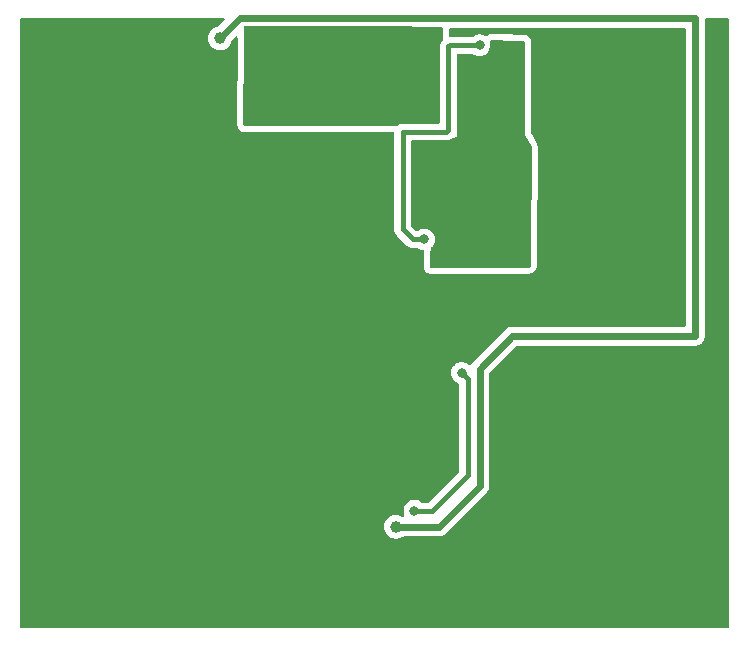
<source format=gbl>
G04 #@! TF.GenerationSoftware,KiCad,Pcbnew,(6.0.9)*
G04 #@! TF.CreationDate,2023-05-15T12:17:08+03:00*
G04 #@! TF.ProjectId,mainboard,6d61696e-626f-4617-9264-2e6b69636164,rev?*
G04 #@! TF.SameCoordinates,Original*
G04 #@! TF.FileFunction,Copper,L2,Bot*
G04 #@! TF.FilePolarity,Positive*
%FSLAX46Y46*%
G04 Gerber Fmt 4.6, Leading zero omitted, Abs format (unit mm)*
G04 Created by KiCad (PCBNEW (6.0.9)) date 2023-05-15 12:17:08*
%MOMM*%
%LPD*%
G01*
G04 APERTURE LIST*
G04 #@! TA.AperFunction,ViaPad*
%ADD10C,0.600000*%
G04 #@! TD*
G04 #@! TA.AperFunction,ViaPad*
%ADD11C,1.000000*%
G04 #@! TD*
G04 #@! TA.AperFunction,ViaPad*
%ADD12C,0.800000*%
G04 #@! TD*
G04 #@! TA.AperFunction,Conductor*
%ADD13C,0.600000*%
G04 #@! TD*
G04 #@! TA.AperFunction,Conductor*
%ADD14C,0.400000*%
G04 #@! TD*
G04 APERTURE END LIST*
D10*
X34190000Y-151700000D03*
X46490000Y-124540000D03*
X20460000Y-123450000D03*
X23180000Y-151730000D03*
X18850000Y-124850000D03*
X67470000Y-113300000D03*
X24790000Y-151740000D03*
X37520000Y-123290000D03*
X63390000Y-113270000D03*
X19580000Y-151750000D03*
X41670000Y-153040000D03*
X69700000Y-113310000D03*
X35870000Y-124700000D03*
X39130000Y-124710000D03*
X44930000Y-151640000D03*
X43320000Y-153040000D03*
X28370000Y-123410000D03*
X35870000Y-123290000D03*
X26720000Y-123410000D03*
X34190000Y-153110000D03*
X39130000Y-123300000D03*
X44880000Y-123120000D03*
X51028542Y-137604106D03*
X18850000Y-123440000D03*
X26720000Y-124820000D03*
X33920000Y-124720000D03*
X32580000Y-151690000D03*
X46490000Y-123130000D03*
X33920000Y-123310000D03*
X43320000Y-151630000D03*
X65390000Y-113280000D03*
X52128542Y-137604106D03*
X20460000Y-124860000D03*
X43230000Y-124530000D03*
X61540000Y-113280000D03*
X39720000Y-153060000D03*
X32580000Y-153100000D03*
X21530000Y-151730000D03*
X19580000Y-153160000D03*
X44880000Y-124530000D03*
X23180000Y-153140000D03*
X43230000Y-123120000D03*
X51008542Y-138854106D03*
X41670000Y-151630000D03*
X24790000Y-153150000D03*
X24770000Y-124840000D03*
X39720000Y-151650000D03*
X24770000Y-123430000D03*
X29980000Y-123420000D03*
X29980000Y-124830000D03*
X52118542Y-138844106D03*
X71900000Y-113300000D03*
X44930000Y-153050000D03*
X37520000Y-124700000D03*
X28370000Y-124820000D03*
X21530000Y-153140000D03*
X49628542Y-117364106D03*
X51768542Y-117364106D03*
X47008542Y-119614106D03*
X47028542Y-117434106D03*
X47028542Y-115974106D03*
X49648542Y-114554106D03*
X49598542Y-119594106D03*
X51748542Y-115974106D03*
X49618542Y-115984106D03*
X51748542Y-119584106D03*
D11*
X34238542Y-113424106D03*
D10*
X47048542Y-114534106D03*
D11*
X49158542Y-154764106D03*
D10*
X51748542Y-114534106D03*
D12*
X56228542Y-113994106D03*
X51538542Y-130434106D03*
D10*
X51468542Y-125454106D03*
X51418542Y-128324106D03*
X55988542Y-125494106D03*
X56038542Y-128304106D03*
X53628542Y-123304106D03*
X51468542Y-126884106D03*
X51448542Y-123294106D03*
X53638542Y-128304106D03*
X53628542Y-126894106D03*
X53628542Y-125474106D03*
X56008542Y-126894106D03*
X55988542Y-123264106D03*
D12*
X50708542Y-153404106D03*
X54728542Y-141734106D03*
D13*
X34238542Y-113424106D02*
X35938542Y-111724106D01*
X35938542Y-111724106D02*
X74478542Y-111724106D01*
X56240000Y-141402648D02*
X56240000Y-151312648D01*
X52788542Y-154764106D02*
X49158542Y-154764106D01*
X56240000Y-151312648D02*
X52788542Y-154764106D01*
X74478542Y-138624106D02*
X59018542Y-138624106D01*
X59018542Y-138624106D02*
X56240000Y-141402648D01*
X74478542Y-111724106D02*
X74478542Y-138624106D01*
D14*
X50558542Y-130434106D02*
X49718542Y-129594106D01*
X49718542Y-129594106D02*
X49718542Y-121384106D01*
X49718542Y-121384106D02*
X49758542Y-121344106D01*
X53708542Y-113994106D02*
X56228542Y-113994106D01*
X49758542Y-121344106D02*
X53408542Y-121344106D01*
X53598542Y-114104106D02*
X53708542Y-113994106D01*
X51538542Y-130434106D02*
X50558542Y-130434106D01*
X53598542Y-121154106D02*
X53598542Y-114104106D01*
X53408542Y-121344106D02*
X53598542Y-121154106D01*
X52168542Y-153434106D02*
X50738542Y-153434106D01*
X54728542Y-141734106D02*
X55218542Y-142224106D01*
X55218542Y-150384106D02*
X52168542Y-153434106D01*
X50738542Y-153434106D02*
X50708542Y-153404106D01*
X55218542Y-142224106D02*
X55218542Y-150384106D01*
G04 #@! TA.AperFunction,Conductor*
G36*
X59330000Y-113610000D02*
G01*
X59964157Y-113610000D01*
X60032278Y-113630002D01*
X60078771Y-113683658D01*
X60090157Y-113735842D01*
X60100000Y-121640000D01*
X60611365Y-122479410D01*
X60629757Y-122545817D01*
X60568031Y-131637243D01*
X60560847Y-132695294D01*
X60540383Y-132763278D01*
X60486413Y-132809405D01*
X60435294Y-132820438D01*
X52137499Y-132849553D01*
X52069310Y-132829790D01*
X52022629Y-132776298D01*
X52011062Y-132722504D01*
X52019891Y-131663052D01*
X52022783Y-131637243D01*
X52126013Y-131164107D01*
X52155480Y-131106658D01*
X52172726Y-131087505D01*
X52277582Y-130971050D01*
X52373069Y-130805662D01*
X52432084Y-130624034D01*
X52452046Y-130434106D01*
X52432084Y-130244178D01*
X52373069Y-130062550D01*
X52277582Y-129897162D01*
X52149795Y-129755240D01*
X51995294Y-129642988D01*
X51989266Y-129640304D01*
X51989264Y-129640303D01*
X51826861Y-129567997D01*
X51826860Y-129567997D01*
X51820830Y-129565312D01*
X51727429Y-129545459D01*
X51640486Y-129526978D01*
X51640481Y-129526978D01*
X51634029Y-129525606D01*
X51443055Y-129525606D01*
X51436603Y-129526978D01*
X51436598Y-129526978D01*
X51349655Y-129545459D01*
X51256254Y-129565312D01*
X51250224Y-129567997D01*
X51250223Y-129567997D01*
X51087820Y-129640303D01*
X51087818Y-129640304D01*
X51081790Y-129642988D01*
X51076449Y-129646868D01*
X51076448Y-129646869D01*
X51001198Y-129701542D01*
X50934331Y-129725400D01*
X50927137Y-129725606D01*
X50904202Y-129725606D01*
X50836081Y-129705604D01*
X50815107Y-129688701D01*
X50600874Y-129474468D01*
X50597986Y-129471484D01*
X50461059Y-129325221D01*
X50429106Y-129261822D01*
X50427042Y-129239110D01*
X50427042Y-122178606D01*
X50447044Y-122110485D01*
X50500700Y-122063992D01*
X50553042Y-122052606D01*
X53379630Y-122052606D01*
X53388200Y-122052898D01*
X53438318Y-122056315D01*
X53438322Y-122056315D01*
X53445894Y-122056831D01*
X53453371Y-122055526D01*
X53453372Y-122055526D01*
X53479850Y-122050905D01*
X53508845Y-122045844D01*
X53515363Y-122044883D01*
X53578784Y-122037208D01*
X53585885Y-122034525D01*
X53588494Y-122033884D01*
X53604804Y-122029421D01*
X53607340Y-122028656D01*
X53614826Y-122027349D01*
X53673342Y-122001662D01*
X53679446Y-121999171D01*
X53732090Y-121979279D01*
X53732091Y-121979278D01*
X53739198Y-121976593D01*
X53745461Y-121972289D01*
X53747827Y-121971052D01*
X53762639Y-121962807D01*
X53764893Y-121961474D01*
X53771847Y-121958421D01*
X53822544Y-121919519D01*
X53827874Y-121915647D01*
X53874262Y-121883767D01*
X53874267Y-121883762D01*
X53880523Y-121879463D01*
X53885577Y-121873791D01*
X53903484Y-121853693D01*
X53963735Y-121816138D01*
X53996908Y-121811515D01*
X54271882Y-121810094D01*
X54271883Y-121810094D01*
X54290000Y-121810000D01*
X54291345Y-121327943D01*
X54292421Y-121311869D01*
X54298163Y-121268253D01*
X54299195Y-121261739D01*
X54309454Y-121206386D01*
X54310838Y-121198919D01*
X54307251Y-121136708D01*
X54307042Y-121129455D01*
X54307042Y-115700443D01*
X54309475Y-114828255D01*
X54329667Y-114760190D01*
X54383453Y-114713847D01*
X54435475Y-114702606D01*
X55617137Y-114702606D01*
X55685258Y-114722608D01*
X55691198Y-114726670D01*
X55771790Y-114785224D01*
X55777818Y-114787908D01*
X55777820Y-114787909D01*
X55940223Y-114860215D01*
X55946254Y-114862900D01*
X56039654Y-114882753D01*
X56126598Y-114901234D01*
X56126603Y-114901234D01*
X56133055Y-114902606D01*
X56324029Y-114902606D01*
X56330481Y-114901234D01*
X56330486Y-114901234D01*
X56417430Y-114882753D01*
X56510830Y-114862900D01*
X56516861Y-114860215D01*
X56679264Y-114787909D01*
X56679266Y-114787908D01*
X56685294Y-114785224D01*
X56824954Y-114683755D01*
X56891820Y-114659897D01*
X56899955Y-114659695D01*
X56940000Y-114660000D01*
X56940000Y-114608778D01*
X56960002Y-114540657D01*
X56963380Y-114535717D01*
X56967582Y-114531050D01*
X56972377Y-114522746D01*
X57059765Y-114371385D01*
X57059766Y-114371384D01*
X57063069Y-114365662D01*
X57122084Y-114184034D01*
X57142046Y-113994106D01*
X57141356Y-113987541D01*
X57122774Y-113810741D01*
X57122774Y-113810739D01*
X57122084Y-113804178D01*
X57101119Y-113739655D01*
X57099091Y-113668688D01*
X57135754Y-113607890D01*
X57199466Y-113576564D01*
X57223057Y-113574737D01*
X59330000Y-113610000D01*
G37*
G04 #@! TD.AperFunction*
G04 #@! TA.AperFunction,Conductor*
G36*
X48090232Y-112397264D02*
G01*
X52993810Y-112423440D01*
X53061822Y-112443805D01*
X53108027Y-112497708D01*
X53119135Y-112548839D01*
X53123749Y-113520160D01*
X53104070Y-113588375D01*
X53080578Y-113615709D01*
X53073882Y-113621550D01*
X53073879Y-113621553D01*
X53068157Y-113626545D01*
X53063790Y-113632759D01*
X53031414Y-113678825D01*
X53027481Y-113684120D01*
X52988066Y-113734388D01*
X52984943Y-113741304D01*
X52983559Y-113743590D01*
X52975185Y-113758271D01*
X52973920Y-113760631D01*
X52969552Y-113766845D01*
X52966792Y-113773924D01*
X52966791Y-113773926D01*
X52946340Y-113826381D01*
X52943789Y-113832450D01*
X52917497Y-113890679D01*
X52916113Y-113898146D01*
X52915312Y-113900701D01*
X52910683Y-113916954D01*
X52910020Y-113919534D01*
X52907260Y-113926615D01*
X52906269Y-113934146D01*
X52906268Y-113934148D01*
X52898921Y-113989958D01*
X52897890Y-113996465D01*
X52886246Y-114059292D01*
X52886683Y-114066872D01*
X52886683Y-114066873D01*
X52889833Y-114121498D01*
X52890042Y-114128752D01*
X52890042Y-120509606D01*
X52870040Y-120577727D01*
X52816384Y-120624220D01*
X52764042Y-120635606D01*
X49787469Y-120635606D01*
X49778900Y-120635314D01*
X49728767Y-120631896D01*
X49728763Y-120631896D01*
X49721190Y-120631380D01*
X49658223Y-120642370D01*
X49651711Y-120643330D01*
X49588300Y-120651004D01*
X49581199Y-120653687D01*
X49578590Y-120654328D01*
X49562270Y-120658793D01*
X49559737Y-120659558D01*
X49552259Y-120660863D01*
X49493732Y-120686554D01*
X49487650Y-120689036D01*
X49467295Y-120696728D01*
X49434991Y-120708934D01*
X49434989Y-120708935D01*
X49427886Y-120711619D01*
X49421627Y-120715920D01*
X49419262Y-120717157D01*
X49404490Y-120725379D01*
X49402198Y-120726734D01*
X49395237Y-120729790D01*
X49389210Y-120734415D01*
X49389206Y-120734417D01*
X49344529Y-120768699D01*
X49339204Y-120772568D01*
X49286561Y-120808749D01*
X49281510Y-120814418D01*
X49280893Y-120814962D01*
X49216566Y-120845007D01*
X49197644Y-120846447D01*
X47641515Y-120847367D01*
X36364913Y-120854031D01*
X36296781Y-120834069D01*
X36250256Y-120780441D01*
X36238839Y-120727735D01*
X36254826Y-113916954D01*
X36258245Y-112460482D01*
X36278407Y-112392410D01*
X36332172Y-112346043D01*
X36384918Y-112334781D01*
X48090232Y-112397264D01*
G37*
G04 #@! TD.AperFunction*
G04 #@! TA.AperFunction,Conductor*
G36*
X34604687Y-111698502D02*
G01*
X34651180Y-111752158D01*
X34661284Y-111822432D01*
X34631790Y-111887012D01*
X34625661Y-111893595D01*
X34127030Y-112392226D01*
X34064718Y-112426252D01*
X34060819Y-112426852D01*
X34060840Y-112426964D01*
X34054795Y-112428117D01*
X34048654Y-112428676D01*
X33858923Y-112484516D01*
X33853465Y-112487369D01*
X33853461Y-112487371D01*
X33766936Y-112532606D01*
X33683652Y-112576146D01*
X33529517Y-112700074D01*
X33402388Y-112851580D01*
X33399421Y-112856978D01*
X33399417Y-112856983D01*
X33320637Y-113000286D01*
X33307109Y-113024893D01*
X33305248Y-113030760D01*
X33305247Y-113030762D01*
X33249169Y-113207542D01*
X33247307Y-113213412D01*
X33225261Y-113409957D01*
X33225777Y-113416101D01*
X33236769Y-113547001D01*
X33241810Y-113607040D01*
X33296325Y-113797156D01*
X33386729Y-113973062D01*
X33509577Y-114128059D01*
X33660192Y-114256242D01*
X33832836Y-114352730D01*
X34020934Y-114413846D01*
X34217319Y-114437264D01*
X34223454Y-114436792D01*
X34223456Y-114436792D01*
X34408372Y-114422563D01*
X34408376Y-114422562D01*
X34414514Y-114422090D01*
X34605005Y-114368904D01*
X34610509Y-114366124D01*
X34610511Y-114366123D01*
X34776037Y-114282510D01*
X34776039Y-114282509D01*
X34781538Y-114279731D01*
X34937389Y-114157967D01*
X35066620Y-114008251D01*
X35164311Y-113836285D01*
X35226739Y-113648619D01*
X35231356Y-113612074D01*
X35259736Y-113547001D01*
X35267266Y-113538774D01*
X35527519Y-113278521D01*
X35589831Y-113244495D01*
X35660646Y-113249560D01*
X35717482Y-113292107D01*
X35742293Y-113358627D01*
X35742614Y-113367900D01*
X35725340Y-120726530D01*
X35736978Y-120836446D01*
X35748395Y-120889152D01*
X35783287Y-120994035D01*
X35862379Y-121116944D01*
X35908904Y-121170572D01*
X36019415Y-121266215D01*
X36027617Y-121269955D01*
X36148300Y-121324984D01*
X36148306Y-121324986D01*
X36152400Y-121326853D01*
X36220532Y-121346815D01*
X36224982Y-121347452D01*
X36224986Y-121347453D01*
X36360765Y-121366894D01*
X36360769Y-121366894D01*
X36365216Y-121367531D01*
X47843128Y-121360748D01*
X48883968Y-121360133D01*
X48952100Y-121380095D01*
X48998625Y-121433723D01*
X49010042Y-121486133D01*
X49010042Y-129565194D01*
X49009750Y-129573764D01*
X49005817Y-129631458D01*
X49007122Y-129638935D01*
X49007122Y-129638936D01*
X49016803Y-129694405D01*
X49017765Y-129700927D01*
X49025440Y-129764348D01*
X49028123Y-129771449D01*
X49028764Y-129774058D01*
X49033227Y-129790368D01*
X49033992Y-129792904D01*
X49035299Y-129800390D01*
X49038353Y-129807347D01*
X49060984Y-129858901D01*
X49063475Y-129865005D01*
X49086055Y-129924762D01*
X49090359Y-129931025D01*
X49091596Y-129933391D01*
X49099841Y-129948203D01*
X49101174Y-129950457D01*
X49104227Y-129957411D01*
X49108849Y-129963434D01*
X49143121Y-130008097D01*
X49147001Y-130013438D01*
X49178881Y-130059826D01*
X49178886Y-130059831D01*
X49183185Y-130066087D01*
X49188855Y-130071138D01*
X49188856Y-130071140D01*
X49229703Y-130107533D01*
X49234980Y-130112514D01*
X50037107Y-130914642D01*
X50042960Y-130920907D01*
X50080981Y-130964491D01*
X50133271Y-131001242D01*
X50138513Y-131005134D01*
X50188824Y-131044582D01*
X50195743Y-131047706D01*
X50198035Y-131049094D01*
X50212707Y-131057463D01*
X50215067Y-131058728D01*
X50221281Y-131063096D01*
X50228360Y-131065856D01*
X50228362Y-131065857D01*
X50280817Y-131086308D01*
X50286886Y-131088859D01*
X50345115Y-131115151D01*
X50352588Y-131116536D01*
X50355154Y-131117340D01*
X50371377Y-131121961D01*
X50373969Y-131122626D01*
X50381051Y-131125388D01*
X50388586Y-131126380D01*
X50444403Y-131133728D01*
X50450919Y-131134760D01*
X50489312Y-131141876D01*
X50513728Y-131146401D01*
X50521308Y-131145964D01*
X50521309Y-131145964D01*
X50575922Y-131142815D01*
X50583175Y-131142606D01*
X50927137Y-131142606D01*
X50995258Y-131162608D01*
X51001198Y-131166670D01*
X51081790Y-131225224D01*
X51087818Y-131227908D01*
X51087820Y-131227909D01*
X51250223Y-131300215D01*
X51256254Y-131302900D01*
X51364994Y-131326014D01*
X51432327Y-131340326D01*
X51494801Y-131374055D01*
X51529122Y-131436204D01*
X51529234Y-131490432D01*
X51521085Y-131527781D01*
X51512477Y-131580061D01*
X51509585Y-131605870D01*
X51506409Y-131658773D01*
X51497580Y-132718225D01*
X51509037Y-132830452D01*
X51520604Y-132884246D01*
X51556285Y-132991253D01*
X51560619Y-132997946D01*
X51560621Y-132997949D01*
X51594715Y-133050592D01*
X51635735Y-133113930D01*
X51682416Y-133167422D01*
X51793205Y-133262743D01*
X51926366Y-133322993D01*
X51930682Y-133324244D01*
X51930685Y-133324245D01*
X51964161Y-133333947D01*
X51994555Y-133342756D01*
X52087003Y-133355718D01*
X52134849Y-133362426D01*
X52134852Y-133362426D01*
X52139301Y-133363050D01*
X54876979Y-133353444D01*
X60433798Y-133333947D01*
X60433806Y-133333947D01*
X60437096Y-133333935D01*
X60543628Y-133322380D01*
X60549383Y-133321138D01*
X60591528Y-133312042D01*
X60591532Y-133312041D01*
X60594747Y-133311347D01*
X60696550Y-133277940D01*
X60820039Y-133199758D01*
X60874009Y-133153631D01*
X60970473Y-133043822D01*
X61032090Y-132911288D01*
X61040230Y-132884246D01*
X61051258Y-132847611D01*
X61051259Y-132847605D01*
X61052554Y-132843304D01*
X61053224Y-132838859D01*
X61073665Y-132703229D01*
X61073666Y-132703222D01*
X61074335Y-132698780D01*
X61081408Y-131657151D01*
X61143215Y-122553661D01*
X61143245Y-122549303D01*
X61124628Y-122408758D01*
X61106236Y-122342351D01*
X61049899Y-122212257D01*
X60631672Y-121525733D01*
X60613277Y-121460337D01*
X60613177Y-121380095D01*
X60603657Y-113735203D01*
X60591854Y-113626377D01*
X60580468Y-113574193D01*
X60545867Y-113470343D01*
X60466849Y-113347388D01*
X60420356Y-113293732D01*
X60369379Y-113249560D01*
X60316707Y-113203919D01*
X60316704Y-113203917D01*
X60309896Y-113198018D01*
X60176947Y-113137302D01*
X60136113Y-113125312D01*
X60113149Y-113118569D01*
X60113145Y-113118568D01*
X60108826Y-113117300D01*
X60104377Y-113116660D01*
X60104371Y-113116659D01*
X59968604Y-113097139D01*
X59968599Y-113097139D01*
X59964157Y-113096500D01*
X59335325Y-113096500D01*
X59333216Y-113096482D01*
X58765357Y-113086978D01*
X57231650Y-113061309D01*
X57230164Y-113061354D01*
X57230163Y-113061354D01*
X57184882Y-113062725D01*
X57184867Y-113062726D01*
X57183408Y-113062770D01*
X57181953Y-113062883D01*
X57181947Y-113062883D01*
X57176919Y-113063273D01*
X57159817Y-113064597D01*
X57137262Y-113067416D01*
X57117831Y-113069844D01*
X57117827Y-113069845D01*
X57111897Y-113070586D01*
X57106212Y-113072433D01*
X57106213Y-113072433D01*
X56977165Y-113114365D01*
X56977163Y-113114366D01*
X56972894Y-113115753D01*
X56968863Y-113117735D01*
X56925266Y-113139171D01*
X56909182Y-113147079D01*
X56831342Y-113200305D01*
X56827174Y-113203155D01*
X56759652Y-113225095D01*
X56693053Y-113208264D01*
X56690631Y-113206866D01*
X56685294Y-113202988D01*
X56679268Y-113200305D01*
X56516861Y-113127997D01*
X56516860Y-113127997D01*
X56510830Y-113125312D01*
X56417430Y-113105459D01*
X56330486Y-113086978D01*
X56330481Y-113086978D01*
X56324029Y-113085606D01*
X56133055Y-113085606D01*
X56126603Y-113086978D01*
X56126598Y-113086978D01*
X56039655Y-113105459D01*
X55946254Y-113125312D01*
X55940224Y-113127997D01*
X55940223Y-113127997D01*
X55777820Y-113200303D01*
X55777818Y-113200304D01*
X55771790Y-113202988D01*
X55766449Y-113206868D01*
X55766448Y-113206869D01*
X55691198Y-113261542D01*
X55624331Y-113285400D01*
X55617137Y-113285606D01*
X53761543Y-113285606D01*
X53693422Y-113265604D01*
X53646929Y-113211948D01*
X53635544Y-113160204D01*
X53635473Y-113145092D01*
X53633992Y-112833403D01*
X53633165Y-112659204D01*
X53652844Y-112590989D01*
X53706278Y-112544242D01*
X53759164Y-112532606D01*
X73544042Y-112532606D01*
X73612163Y-112552608D01*
X73658656Y-112606264D01*
X73670042Y-112658606D01*
X73670042Y-137689606D01*
X73650040Y-137757727D01*
X73596384Y-137804220D01*
X73544042Y-137815606D01*
X59027756Y-137815606D01*
X59026436Y-137815599D01*
X59025361Y-137815588D01*
X58936321Y-137814655D01*
X58893945Y-137823817D01*
X58881379Y-137825875D01*
X58838287Y-137830709D01*
X58831636Y-137833025D01*
X58831632Y-137833026D01*
X58806612Y-137841739D01*
X58791799Y-137845902D01*
X58759032Y-137852987D01*
X58719729Y-137871314D01*
X58707953Y-137876096D01*
X58666990Y-137890361D01*
X58661015Y-137894095D01*
X58661012Y-137894096D01*
X58638547Y-137908133D01*
X58625030Y-137915472D01*
X58601028Y-137926665D01*
X58594640Y-137929644D01*
X58589075Y-137933961D01*
X58589073Y-137933962D01*
X58560389Y-137956212D01*
X58549930Y-137963508D01*
X58519138Y-137982748D01*
X58519135Y-137982750D01*
X58513166Y-137986480D01*
X58508171Y-137991440D01*
X58508170Y-137991441D01*
X58484363Y-138015082D01*
X58483738Y-138015667D01*
X58483072Y-138016184D01*
X58457082Y-138042174D01*
X58384460Y-138114291D01*
X58383802Y-138115328D01*
X58382699Y-138116557D01*
X55674842Y-140824414D01*
X55673905Y-140825342D01*
X55609493Y-140888419D01*
X55586002Y-140924869D01*
X55578583Y-140935194D01*
X55551524Y-140969091D01*
X55548459Y-140975432D01*
X55548458Y-140975433D01*
X55536928Y-140999285D01*
X55529395Y-141012707D01*
X55522246Y-141023799D01*
X55468530Y-141070221D01*
X55398243Y-141080233D01*
X55341108Y-141053433D01*
X55339795Y-141055240D01*
X55190636Y-140946869D01*
X55190635Y-140946868D01*
X55185294Y-140942988D01*
X55179266Y-140940304D01*
X55179264Y-140940303D01*
X55016861Y-140867997D01*
X55016860Y-140867997D01*
X55010830Y-140865312D01*
X54917429Y-140845459D01*
X54830486Y-140826978D01*
X54830481Y-140826978D01*
X54824029Y-140825606D01*
X54633055Y-140825606D01*
X54626603Y-140826978D01*
X54626598Y-140826978D01*
X54539655Y-140845459D01*
X54446254Y-140865312D01*
X54440224Y-140867997D01*
X54440223Y-140867997D01*
X54277820Y-140940303D01*
X54277818Y-140940304D01*
X54271790Y-140942988D01*
X54117289Y-141055240D01*
X54112868Y-141060150D01*
X54112867Y-141060151D01*
X54047817Y-141132397D01*
X53989502Y-141197162D01*
X53894015Y-141362550D01*
X53835000Y-141544178D01*
X53815038Y-141734106D01*
X53835000Y-141924034D01*
X53894015Y-142105662D01*
X53989502Y-142271050D01*
X54117289Y-142412972D01*
X54271790Y-142525224D01*
X54277818Y-142527908D01*
X54277820Y-142527909D01*
X54435291Y-142598019D01*
X54489387Y-142643999D01*
X54510042Y-142713126D01*
X54510042Y-150038446D01*
X54490040Y-150106567D01*
X54473137Y-150127541D01*
X51911977Y-152688701D01*
X51849665Y-152722727D01*
X51822882Y-152725606D01*
X51361239Y-152725606D01*
X51293118Y-152705604D01*
X51287178Y-152701542D01*
X51170636Y-152616869D01*
X51170635Y-152616868D01*
X51165294Y-152612988D01*
X51159266Y-152610304D01*
X51159264Y-152610303D01*
X50996861Y-152537997D01*
X50996860Y-152537997D01*
X50990830Y-152535312D01*
X50897429Y-152515459D01*
X50810486Y-152496978D01*
X50810481Y-152496978D01*
X50804029Y-152495606D01*
X50613055Y-152495606D01*
X50606603Y-152496978D01*
X50606598Y-152496978D01*
X50519655Y-152515459D01*
X50426254Y-152535312D01*
X50420224Y-152537997D01*
X50420223Y-152537997D01*
X50257820Y-152610303D01*
X50257818Y-152610304D01*
X50251790Y-152612988D01*
X50097289Y-152725240D01*
X49969502Y-152867162D01*
X49874015Y-153032550D01*
X49815000Y-153214178D01*
X49795038Y-153404106D01*
X49815000Y-153594034D01*
X49817040Y-153600312D01*
X49866841Y-153753583D01*
X49868869Y-153824550D01*
X49832206Y-153885348D01*
X49768494Y-153916674D01*
X49697960Y-153908581D01*
X49687079Y-153903354D01*
X49556669Y-153832841D01*
X49556662Y-153832838D01*
X49551243Y-153829908D01*
X49362310Y-153771424D01*
X49356185Y-153770780D01*
X49356184Y-153770780D01*
X49171746Y-153751395D01*
X49171744Y-153751395D01*
X49165617Y-153750751D01*
X49083118Y-153758259D01*
X48974793Y-153768117D01*
X48974790Y-153768118D01*
X48968654Y-153768676D01*
X48962748Y-153770414D01*
X48962744Y-153770415D01*
X48857618Y-153801355D01*
X48778923Y-153824516D01*
X48773465Y-153827369D01*
X48773461Y-153827371D01*
X48682689Y-153874826D01*
X48603652Y-153916146D01*
X48449517Y-154040074D01*
X48322388Y-154191580D01*
X48319421Y-154196978D01*
X48319417Y-154196983D01*
X48240637Y-154340286D01*
X48227109Y-154364893D01*
X48167307Y-154553412D01*
X48145261Y-154749957D01*
X48161810Y-154947040D01*
X48216325Y-155137156D01*
X48219144Y-155142641D01*
X48285449Y-155271655D01*
X48306729Y-155313062D01*
X48429577Y-155468059D01*
X48434270Y-155472053D01*
X48434271Y-155472054D01*
X48552420Y-155572606D01*
X48580192Y-155596242D01*
X48752836Y-155692730D01*
X48940934Y-155753846D01*
X49137319Y-155777264D01*
X49143454Y-155776792D01*
X49143456Y-155776792D01*
X49328372Y-155762563D01*
X49328376Y-155762562D01*
X49334514Y-155762090D01*
X49525005Y-155708904D01*
X49530509Y-155706124D01*
X49530511Y-155706123D01*
X49696037Y-155622510D01*
X49696039Y-155622509D01*
X49701538Y-155619731D01*
X49727668Y-155599316D01*
X49793663Y-155573139D01*
X49805241Y-155572606D01*
X52779328Y-155572606D01*
X52780648Y-155572613D01*
X52870763Y-155573557D01*
X52913139Y-155564395D01*
X52925705Y-155562337D01*
X52968797Y-155557503D01*
X52975448Y-155555187D01*
X52975452Y-155555186D01*
X53000472Y-155546473D01*
X53015284Y-155542310D01*
X53041161Y-155536715D01*
X53048052Y-155535225D01*
X53087355Y-155516898D01*
X53099131Y-155512116D01*
X53140094Y-155497851D01*
X53146069Y-155494117D01*
X53146072Y-155494116D01*
X53168537Y-155480079D01*
X53182054Y-155472740D01*
X53206056Y-155461547D01*
X53206057Y-155461546D01*
X53212444Y-155458568D01*
X53246695Y-155432000D01*
X53257154Y-155424704D01*
X53287946Y-155405464D01*
X53287949Y-155405462D01*
X53293918Y-155401732D01*
X53322721Y-155373130D01*
X53323346Y-155372545D01*
X53324012Y-155372028D01*
X53350001Y-155346039D01*
X53422624Y-155273921D01*
X53423282Y-155272884D01*
X53424385Y-155271655D01*
X56805063Y-151890976D01*
X56806000Y-151890047D01*
X56865475Y-151831805D01*
X56865476Y-151831804D01*
X56870507Y-151826877D01*
X56874322Y-151820958D01*
X56874328Y-151820950D01*
X56893994Y-151790434D01*
X56901427Y-151780089D01*
X56928476Y-151746205D01*
X56943073Y-151716010D01*
X56950602Y-151702593D01*
X56964948Y-151680332D01*
X56968765Y-151674410D01*
X56971173Y-151667793D01*
X56971176Y-151667788D01*
X56983592Y-151633675D01*
X56988553Y-151621932D01*
X57004353Y-151589248D01*
X57004356Y-151589239D01*
X57007421Y-151582899D01*
X57014966Y-151550220D01*
X57019334Y-151535473D01*
X57030803Y-151503963D01*
X57031685Y-151496978D01*
X57031687Y-151496971D01*
X57036237Y-151460956D01*
X57038472Y-151448405D01*
X57046640Y-151413026D01*
X57048225Y-151406163D01*
X57048367Y-151365574D01*
X57048396Y-151364705D01*
X57048500Y-151363879D01*
X57048500Y-151327362D01*
X57048858Y-151224778D01*
X57048589Y-151223575D01*
X57048500Y-151221931D01*
X57048500Y-141789730D01*
X57068502Y-141721609D01*
X57085405Y-141700635D01*
X59316529Y-139469511D01*
X59378841Y-139435485D01*
X59405624Y-139432606D01*
X74422637Y-139432606D01*
X74437556Y-139433492D01*
X74472862Y-139437702D01*
X74519117Y-139432840D01*
X74522035Y-139432606D01*
X74524152Y-139432606D01*
X74565610Y-139427955D01*
X74566207Y-139427891D01*
X74653254Y-139418742D01*
X74655958Y-139417821D01*
X74658797Y-139417503D01*
X74741465Y-139388715D01*
X74742036Y-139388519D01*
X74824963Y-139360288D01*
X74827398Y-139358790D01*
X74830094Y-139357851D01*
X74835573Y-139354427D01*
X74835576Y-139354426D01*
X74904305Y-139311481D01*
X74905049Y-139311019D01*
X74979454Y-139265244D01*
X74981493Y-139263247D01*
X74983918Y-139261732D01*
X75046035Y-139200047D01*
X75046661Y-139199430D01*
X75104433Y-139142855D01*
X75109049Y-139138335D01*
X75110595Y-139135936D01*
X75112624Y-139133921D01*
X75159515Y-139060032D01*
X75159971Y-139059318D01*
X75203795Y-138991317D01*
X75207307Y-138985868D01*
X75208283Y-138983185D01*
X75209815Y-138980772D01*
X75239144Y-138898407D01*
X75239442Y-138897580D01*
X75267130Y-138821508D01*
X75267131Y-138821504D01*
X75269345Y-138815421D01*
X75269703Y-138812586D01*
X75270661Y-138809896D01*
X75281021Y-138723020D01*
X75281128Y-138722150D01*
X75287042Y-138675337D01*
X75287042Y-138673208D01*
X75287305Y-138670317D01*
X75291304Y-138636779D01*
X75292138Y-138629786D01*
X75287732Y-138587866D01*
X75287042Y-138574695D01*
X75287042Y-111804500D01*
X75307044Y-111736379D01*
X75360700Y-111689886D01*
X75413042Y-111678500D01*
X77225500Y-111678500D01*
X77293621Y-111698502D01*
X77340114Y-111752158D01*
X77351500Y-111804500D01*
X77351500Y-163234000D01*
X77331498Y-163302121D01*
X77277842Y-163348614D01*
X77225500Y-163360000D01*
X17464500Y-163360000D01*
X17396379Y-163339998D01*
X17349886Y-163286342D01*
X17338500Y-163234000D01*
X17338500Y-111804500D01*
X17358502Y-111736379D01*
X17412158Y-111689886D01*
X17464500Y-111678500D01*
X34536566Y-111678500D01*
X34604687Y-111698502D01*
G37*
G04 #@! TD.AperFunction*
M02*

</source>
